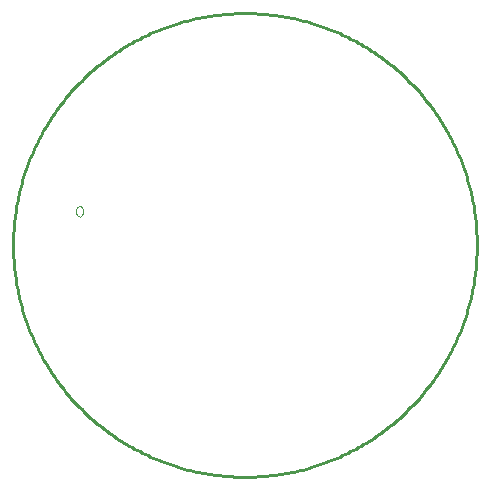
<source format=gm1>
G04*
G04 #@! TF.GenerationSoftware,Altium Limited,Altium Designer,21.0.8 (223)*
G04*
G04 Layer_Color=16711935*
%FSLAX25Y25*%
%MOIN*%
G70*
G04*
G04 #@! TF.SameCoordinates,24BCDA9A-42F1-41D6-B0A9-C8EBA0504D6D*
G04*
G04*
G04 #@! TF.FilePolarity,Positive*
G04*
G01*
G75*
%ADD14C,0.01000*%
%ADD103C,0.00000*%
D14*
X628160Y236425D02*
X628154Y237424D01*
X628134Y238423D01*
X628102Y239421D01*
X628057Y240419D01*
X627999Y241417D01*
X627928Y242413D01*
X627844Y243408D01*
X627747Y244403D01*
X627638Y245396D01*
X627516Y246387D01*
X627380Y247377D01*
X627232Y248365D01*
X627072Y249351D01*
X626898Y250335D01*
X626712Y251316D01*
X626513Y252295D01*
X626302Y253272D01*
X626078Y254245D01*
X625841Y255216D01*
X625592Y256183D01*
X625330Y257147D01*
X625056Y258108D01*
X624769Y259065D01*
X624471Y260018D01*
X624159Y260967D01*
X623836Y261912D01*
X623500Y262853D01*
X623153Y263790D01*
X622793Y264722D01*
X622421Y265649D01*
X622037Y266571D01*
X621641Y267489D01*
X621234Y268401D01*
X620815Y269307D01*
X620384Y270209D01*
X619941Y271104D01*
X619487Y271994D01*
X619022Y272878D01*
X618545Y273756D01*
X618056Y274627D01*
X617557Y275492D01*
X617046Y276351D01*
X616525Y277203D01*
X615992Y278048D01*
X615448Y278886D01*
X614894Y279717D01*
X614329Y280541D01*
X613753Y281357D01*
X613167Y282166D01*
X612571Y282968D01*
X611964Y283761D01*
X611347Y284547D01*
X610720Y285324D01*
X610082Y286094D01*
X609435Y286855D01*
X608778Y287608D01*
X608112Y288352D01*
X607436Y289087D01*
X606750Y289814D01*
X606055Y290531D01*
X605351Y291240D01*
X604638Y291940D01*
X603916Y292630D01*
X603185Y293311D01*
X602445Y293982D01*
X601697Y294644D01*
X600940Y295296D01*
X600175Y295938D01*
X599401Y296570D01*
X598620Y297192D01*
X597830Y297804D01*
X597032Y298406D01*
X596227Y298997D01*
X595415Y299578D01*
X594594Y300148D01*
X593767Y300708D01*
X592932Y301257D01*
X592091Y301795D01*
X591242Y302322D01*
X590387Y302838D01*
X589525Y303344D01*
X588657Y303837D01*
X587782Y304320D01*
X586901Y304791D01*
X586014Y305251D01*
X585122Y305699D01*
X584223Y306136D01*
X583319Y306561D01*
X582410Y306975D01*
X581495Y307376D01*
X580575Y307766D01*
X579650Y308144D01*
X578721Y308510D01*
X577787Y308863D01*
X576848Y309205D01*
X575905Y309535D01*
X574958Y309852D01*
X574006Y310157D01*
X573051Y310450D01*
X572092Y310730D01*
X571130Y310998D01*
X570164Y311253D01*
X569195Y311496D01*
X568223Y311726D01*
X567248Y311944D01*
X566271Y312150D01*
X565290Y312342D01*
X564308Y312522D01*
X563323Y312689D01*
X562336Y312843D01*
X561347Y312985D01*
X560356Y313114D01*
X559364Y313230D01*
X558370Y313333D01*
X557376Y313423D01*
X556380Y313500D01*
X555383Y313565D01*
X554385Y313617D01*
X553387Y313655D01*
X552388Y313681D01*
X551389Y313694D01*
X550390Y313694D01*
X549392Y313681D01*
X548393Y313655D01*
X547395Y313617D01*
X546397Y313565D01*
X545400Y313500D01*
X544404Y313423D01*
X543409Y313333D01*
X542416Y313230D01*
X541423Y313114D01*
X540433Y312985D01*
X539444Y312843D01*
X538457Y312689D01*
X537472Y312522D01*
X536489Y312342D01*
X535509Y312150D01*
X534531Y311944D01*
X533557Y311727D01*
X532584Y311496D01*
X531615Y311253D01*
X530650Y310998D01*
X529687Y310730D01*
X528728Y310450D01*
X527773Y310157D01*
X526822Y309852D01*
X525875Y309535D01*
X524932Y309205D01*
X523993Y308863D01*
X523059Y308510D01*
X522129Y308144D01*
X521205Y307766D01*
X520285Y307376D01*
X519370Y306975D01*
X518461Y306561D01*
X517556Y306136D01*
X516658Y305699D01*
X515765Y305251D01*
X514879Y304791D01*
X513998Y304320D01*
X513123Y303837D01*
X512255Y303344D01*
X511393Y302838D01*
X510537Y302322D01*
X509689Y301795D01*
X508847Y301257D01*
X508013Y300708D01*
X507185Y300149D01*
X506365Y299578D01*
X505552Y298997D01*
X504747Y298406D01*
X503950Y297804D01*
X503160Y297192D01*
X502379Y296570D01*
X501605Y295938D01*
X500840Y295296D01*
X500083Y294644D01*
X499334Y293982D01*
X498595Y293311D01*
X497864Y292630D01*
X497142Y291940D01*
X496428Y291240D01*
X495724Y290532D01*
X495029Y289814D01*
X494344Y289087D01*
X493668Y288352D01*
X493001Y287608D01*
X492344Y286855D01*
X491697Y286094D01*
X491060Y285325D01*
X490433Y284547D01*
X489816Y283762D01*
X489209Y282968D01*
X488613Y282167D01*
X488026Y281358D01*
X487451Y280541D01*
X486886Y279717D01*
X486331Y278886D01*
X485788Y278048D01*
X485255Y277203D01*
X484733Y276351D01*
X484223Y275493D01*
X483723Y274627D01*
X483235Y273756D01*
X482758Y272878D01*
X482293Y271994D01*
X481838Y271105D01*
X481396Y270209D01*
X480965Y269308D01*
X480546Y268401D01*
X480138Y267489D01*
X479742Y266572D01*
X479359Y265649D01*
X478987Y264722D01*
X478627Y263790D01*
X478279Y262854D01*
X477944Y261913D01*
X477620Y260968D01*
X477309Y260018D01*
X477010Y259065D01*
X476724Y258108D01*
X476450Y257148D01*
X476188Y256183D01*
X475939Y255216D01*
X475702Y254245D01*
X475478Y253272D01*
X475267Y252296D01*
X475068Y251317D01*
X474882Y250335D01*
X474708Y249351D01*
X474547Y248365D01*
X474399Y247377D01*
X474264Y246388D01*
X474142Y245396D01*
X474032Y244403D01*
X473935Y243409D01*
X473852Y242414D01*
X473781Y241417D01*
X473723Y240420D01*
X473677Y239422D01*
X473645Y238423D01*
X473626Y237425D01*
X473619Y236426D01*
X473626Y235427D01*
X473645Y234428D01*
X473677Y233430D01*
X473723Y232432D01*
X473780Y231434D01*
X473851Y230438D01*
X473935Y229443D01*
X474032Y228448D01*
X474142Y227455D01*
X474264Y226464D01*
X474399Y225474D01*
X474547Y224486D01*
X474708Y223500D01*
X474881Y222516D01*
X475068Y221535D01*
X475266Y220556D01*
X475478Y219580D01*
X475702Y218606D01*
X475939Y217635D01*
X476188Y216668D01*
X476449Y215704D01*
X476723Y214743D01*
X477010Y213786D01*
X477309Y212833D01*
X477620Y211884D01*
X477943Y210939D01*
X478279Y209998D01*
X478627Y209061D01*
X478987Y208129D01*
X479358Y207202D01*
X479742Y206280D01*
X480138Y205363D01*
X480545Y204450D01*
X480965Y203544D01*
X481395Y202642D01*
X481838Y201747D01*
X482292Y200857D01*
X482758Y199973D01*
X483235Y199095D01*
X483723Y198224D01*
X484222Y197359D01*
X484733Y196500D01*
X485255Y195648D01*
X485787Y194803D01*
X486331Y193965D01*
X486885Y193134D01*
X487450Y192310D01*
X488026Y191494D01*
X488612Y190685D01*
X489208Y189883D01*
X489815Y189090D01*
X490432Y188304D01*
X491059Y187527D01*
X491697Y186757D01*
X492344Y185996D01*
X493001Y185243D01*
X493667Y184499D01*
X494343Y183764D01*
X495029Y183037D01*
X495723Y182320D01*
X496427Y181611D01*
X497141Y180911D01*
X497863Y180221D01*
X498594Y179540D01*
X499334Y178869D01*
X500082Y178207D01*
X500839Y177555D01*
X501604Y176913D01*
X502378Y176281D01*
X503159Y175659D01*
X503949Y175047D01*
X504746Y174445D01*
X505551Y173854D01*
X506364Y173273D01*
X507184Y172703D01*
X508012Y172143D01*
X508846Y171594D01*
X509688Y171056D01*
X510537Y170529D01*
X511392Y170012D01*
X512254Y169507D01*
X513122Y169014D01*
X513997Y168531D01*
X514878Y168060D01*
X515764Y167600D01*
X516657Y167151D01*
X517556Y166715D01*
X518460Y166289D01*
X519369Y165876D01*
X520284Y165474D01*
X521203Y165085D01*
X522128Y164707D01*
X523058Y164341D01*
X523992Y163987D01*
X524931Y163646D01*
X525874Y163316D01*
X526821Y162999D01*
X527772Y162694D01*
X528727Y162401D01*
X529686Y162121D01*
X530649Y161853D01*
X531614Y161597D01*
X532583Y161354D01*
X533555Y161124D01*
X534530Y160906D01*
X535508Y160701D01*
X536488Y160509D01*
X537471Y160329D01*
X538456Y160162D01*
X539443Y160007D01*
X540432Y159866D01*
X541423Y159737D01*
X542415Y159621D01*
X543408Y159518D01*
X544403Y159427D01*
X545399Y159350D01*
X546396Y159285D01*
X547394Y159234D01*
X548392Y159195D01*
X549391Y159169D01*
X550390Y159156D01*
X551389Y159156D01*
X552388Y159169D01*
X553386Y159195D01*
X554384Y159234D01*
X555382Y159285D01*
X556379Y159350D01*
X557375Y159427D01*
X558370Y159518D01*
X559364Y159621D01*
X560356Y159737D01*
X561346Y159865D01*
X562335Y160007D01*
X563322Y160161D01*
X564307Y160328D01*
X565290Y160508D01*
X566270Y160701D01*
X567248Y160906D01*
X568223Y161124D01*
X569195Y161354D01*
X570164Y161597D01*
X571130Y161853D01*
X572092Y162120D01*
X573051Y162401D01*
X574006Y162693D01*
X574957Y162998D01*
X575905Y163316D01*
X576848Y163645D01*
X577786Y163987D01*
X578721Y164341D01*
X579650Y164707D01*
X580575Y165084D01*
X581495Y165474D01*
X582410Y165876D01*
X583319Y166289D01*
X584223Y166714D01*
X585122Y167151D01*
X586014Y167599D01*
X586901Y168059D01*
X587782Y168530D01*
X588657Y169013D01*
X589525Y169507D01*
X590387Y170012D01*
X591242Y170528D01*
X592091Y171055D01*
X592933Y171593D01*
X593767Y172143D01*
X594595Y172702D01*
X595415Y173273D01*
X596228Y173853D01*
X597033Y174445D01*
X597830Y175047D01*
X598620Y175659D01*
X599401Y176281D01*
X600175Y176913D01*
X600940Y177555D01*
X601697Y178207D01*
X602445Y178869D01*
X603185Y179540D01*
X603916Y180221D01*
X604638Y180911D01*
X605352Y181611D01*
X606056Y182319D01*
X606751Y183037D01*
X607436Y183764D01*
X608112Y184499D01*
X608779Y185243D01*
X609436Y185996D01*
X610083Y186757D01*
X610720Y187526D01*
X611347Y188304D01*
X611964Y189090D01*
X612571Y189883D01*
X613168Y190684D01*
X613754Y191493D01*
X614329Y192310D01*
X614894Y193134D01*
X615449Y193965D01*
X615992Y194803D01*
X616525Y195648D01*
X617047Y196500D01*
X617557Y197359D01*
X618057Y198224D01*
X618545Y199095D01*
X619022Y199973D01*
X619487Y200857D01*
X619942Y201747D01*
X620384Y202643D01*
X620815Y203544D01*
X621234Y204451D01*
X621642Y205363D01*
X622038Y206280D01*
X622421Y207202D01*
X622793Y208130D01*
X623153Y209062D01*
X623501Y209998D01*
X623836Y210939D01*
X624160Y211884D01*
X624471Y212833D01*
X624770Y213787D01*
X625056Y214744D01*
X625330Y215704D01*
X625592Y216669D01*
X625841Y217636D01*
X626078Y218606D01*
X626302Y219580D01*
X626513Y220556D01*
X626712Y221535D01*
X626898Y222517D01*
X627072Y223501D01*
X627233Y224487D01*
X627381Y225475D01*
X627516Y226464D01*
X627638Y227456D01*
X627747Y228449D01*
X627844Y229443D01*
X627928Y230439D01*
X627999Y231435D01*
X628057Y232432D01*
X628102Y233430D01*
X628134Y234429D01*
X628154Y235428D01*
X628160Y236425D01*
D103*
X497008Y248130D02*
X496645Y249007D01*
X495768Y249370D01*
X494891Y249007D01*
X494528Y248130D01*
Y247146D02*
X494891Y246269D01*
X495768Y245905D01*
X496645Y246269D01*
X497008Y247146D01*
Y248130D01*
X494528Y247146D02*
Y248130D01*
M02*

</source>
